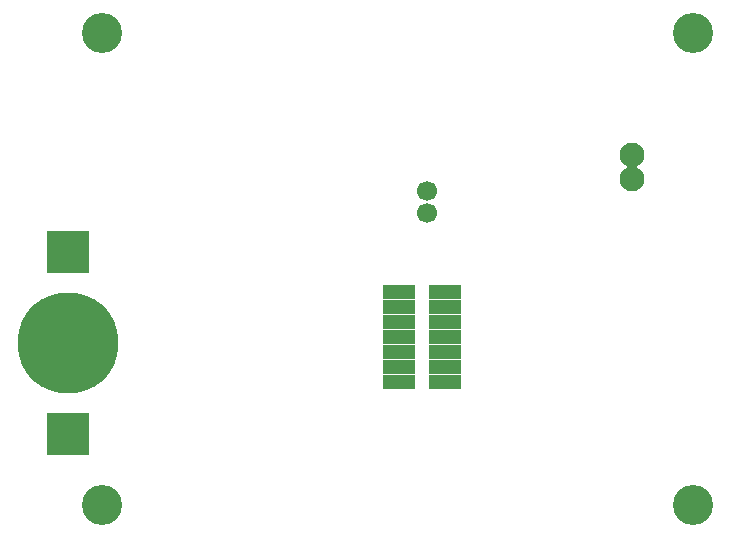
<source format=gbr>
G04 #@! TF.GenerationSoftware,KiCad,Pcbnew,(2017-11-24 revision a01d81e4b)-makepkg*
G04 #@! TF.CreationDate,2017-12-10T21:28:38-05:00*
G04 #@! TF.ProjectId,processor,70726F636573736F722E6B696361645F,rev?*
G04 #@! TF.SameCoordinates,Original*
G04 #@! TF.FileFunction,Soldermask,Bot*
G04 #@! TF.FilePolarity,Negative*
%FSLAX46Y46*%
G04 Gerber Fmt 4.6, Leading zero omitted, Abs format (unit mm)*
G04 Created by KiCad (PCBNEW (2017-11-24 revision a01d81e4b)-makepkg) date 12/10/17 21:28:38*
%MOMM*%
%LPD*%
G01*
G04 APERTURE LIST*
%ADD10C,3.400000*%
%ADD11C,8.530000*%
%ADD12R,3.600000X3.600000*%
%ADD13C,1.700000*%
%ADD14C,2.100000*%
%ADD15R,2.800000X1.160000*%
G04 APERTURE END LIST*
D10*
X12500000Y-5000000D03*
X62500000Y-45000000D03*
X12500000Y-45000000D03*
D11*
X9600000Y-31300000D03*
D12*
X9600000Y-39000000D03*
X9600000Y-23600000D03*
D13*
X40000000Y-20300000D03*
X40000000Y-18400000D03*
D14*
X57400000Y-17400000D03*
X57400000Y-15400000D03*
D10*
X62500000Y-5000000D03*
D15*
X41550000Y-34610000D03*
X37650000Y-34610000D03*
X41550000Y-33340000D03*
X37650000Y-33340000D03*
X41550000Y-32070000D03*
X37650000Y-32070000D03*
X41550000Y-30800000D03*
X37650000Y-30800000D03*
X41550000Y-29530000D03*
X37650000Y-29530000D03*
X41550000Y-28260000D03*
X37650000Y-28260000D03*
X41550000Y-26990000D03*
X37650000Y-26990000D03*
M02*

</source>
